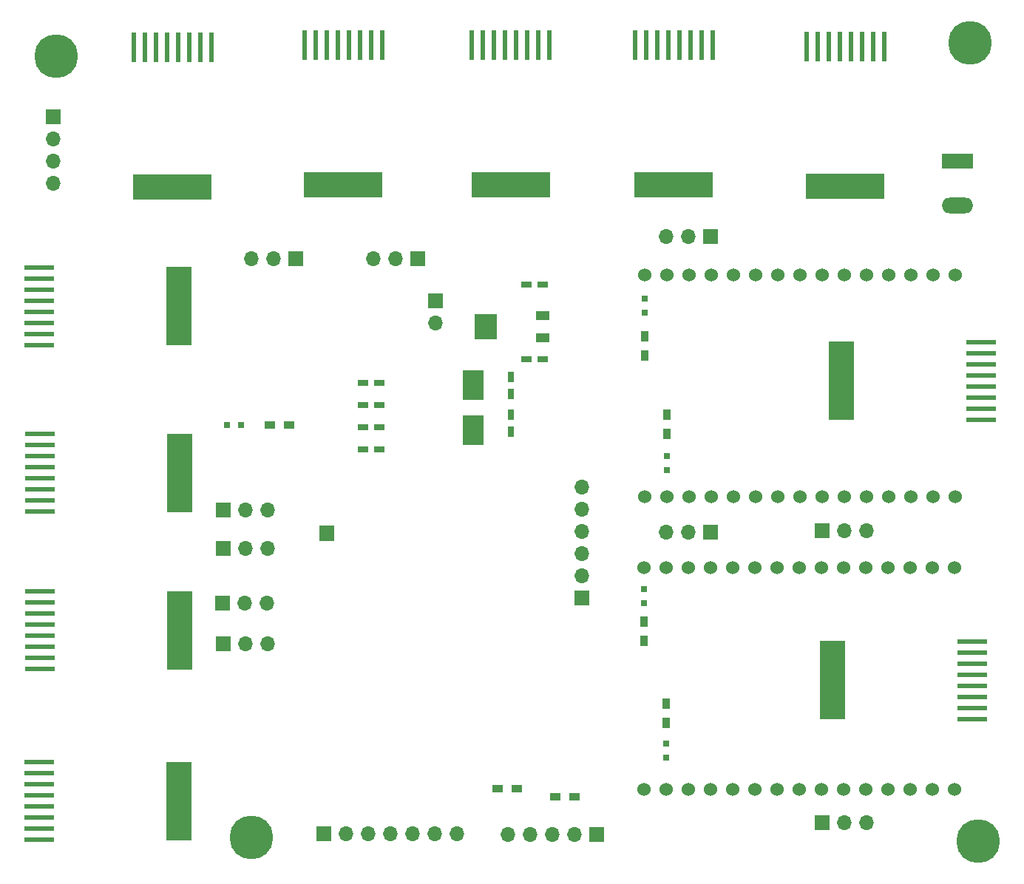
<source format=gbr>
G04 #@! TF.FileFunction,Copper,L1,Top,Signal*
%FSLAX46Y46*%
G04 Gerber Fmt 4.6, Leading zero omitted, Abs format (unit mm)*
G04 Created by KiCad (PCBNEW 4.0.6) date 06/30/17 11:01:05*
%MOMM*%
%LPD*%
G01*
G04 APERTURE LIST*
%ADD10C,0.100000*%
%ADD11C,5.000000*%
%ADD12R,0.750000X1.200000*%
%ADD13R,1.200000X0.750000*%
%ADD14R,0.800000X0.800000*%
%ADD15R,3.600000X1.800000*%
%ADD16O,3.600000X1.800000*%
%ADD17R,1.700000X1.700000*%
%ADD18O,1.700000X1.700000*%
%ADD19R,3.400000X0.600000*%
%ADD20R,3.000000X9.000000*%
%ADD21R,0.600000X3.400000*%
%ADD22R,9.000000X3.000000*%
%ADD23R,1.200000X0.900000*%
%ADD24C,1.524000*%
%ADD25R,2.400000X3.500000*%
%ADD26R,1.600000X1.000000*%
%ADD27R,2.500000X3.000000*%
%ADD28R,0.900000X1.200000*%
G04 APERTURE END LIST*
D10*
D11*
X71630000Y-40510000D03*
X93980000Y-130050000D03*
X177170000Y-130430000D03*
D12*
X123698000Y-77282000D03*
X123698000Y-79182000D03*
X123698000Y-83500000D03*
X123698000Y-81600000D03*
D13*
X127340000Y-66710000D03*
X125440000Y-66710000D03*
X125450000Y-75240000D03*
X127350000Y-75240000D03*
X106746000Y-77978000D03*
X108646000Y-77978000D03*
X106746000Y-80518000D03*
X108646000Y-80518000D03*
X106746000Y-83058000D03*
X108646000Y-83058000D03*
X106746000Y-85598000D03*
X108646000Y-85598000D03*
D14*
X91180000Y-82800000D03*
X92780000Y-82800000D03*
X138950000Y-101600000D03*
X138950000Y-103200000D03*
X141490000Y-120890000D03*
X141490000Y-119290000D03*
X139010000Y-68270000D03*
X139010000Y-69870000D03*
X141540000Y-87900000D03*
X141540000Y-86300000D03*
D15*
X174880000Y-52580000D03*
D16*
X174880000Y-57660000D03*
D17*
X71290000Y-47470000D03*
D18*
X71290000Y-50010000D03*
X71290000Y-52550000D03*
X71290000Y-55090000D03*
D17*
X115062000Y-68580000D03*
D18*
X115062000Y-71120000D03*
D17*
X131840000Y-102590000D03*
D18*
X131840000Y-100050000D03*
X131840000Y-97510000D03*
X131840000Y-94970000D03*
X131840000Y-92430000D03*
X131840000Y-89890000D03*
D17*
X102320000Y-129620000D03*
D18*
X104860000Y-129620000D03*
X107400000Y-129620000D03*
X109940000Y-129620000D03*
X112480000Y-129620000D03*
X115020000Y-129620000D03*
X117560000Y-129620000D03*
D17*
X133550000Y-129670000D03*
D18*
X131010000Y-129670000D03*
X128470000Y-129670000D03*
X125930000Y-129670000D03*
X123390000Y-129670000D03*
D17*
X99060000Y-63754000D03*
D18*
X96520000Y-63754000D03*
X93980000Y-63754000D03*
D17*
X113030000Y-63754000D03*
D18*
X110490000Y-63754000D03*
X107950000Y-63754000D03*
D17*
X146570000Y-95050000D03*
D18*
X144030000Y-95050000D03*
X141490000Y-95050000D03*
D17*
X159310000Y-128320000D03*
D18*
X161850000Y-128320000D03*
X164390000Y-128320000D03*
D19*
X176530000Y-107565000D03*
X176530000Y-108835000D03*
X176530000Y-110105000D03*
X176530000Y-111375000D03*
X176530000Y-112645000D03*
X176530000Y-113915000D03*
X176530000Y-115185000D03*
X176530000Y-116455000D03*
D20*
X160530000Y-112010000D03*
D17*
X146590000Y-61170000D03*
D18*
X144050000Y-61170000D03*
X141510000Y-61170000D03*
D17*
X159350000Y-94850000D03*
D18*
X161890000Y-94850000D03*
X164430000Y-94850000D03*
D19*
X177530000Y-73255000D03*
X177530000Y-74525000D03*
X177530000Y-75795000D03*
X177530000Y-77065000D03*
X177530000Y-78335000D03*
X177530000Y-79605000D03*
X177530000Y-80875000D03*
X177530000Y-82145000D03*
D20*
X161530000Y-77700000D03*
D21*
X119255000Y-39240000D03*
X120525000Y-39240000D03*
X121795000Y-39240000D03*
X123065000Y-39240000D03*
X124335000Y-39240000D03*
X125605000Y-39240000D03*
X126875000Y-39240000D03*
X128145000Y-39240000D03*
D22*
X123700000Y-55240000D03*
D21*
X80515000Y-39500000D03*
X81785000Y-39500000D03*
X83055000Y-39500000D03*
X84325000Y-39500000D03*
X85595000Y-39500000D03*
X86865000Y-39500000D03*
X88135000Y-39500000D03*
X89405000Y-39500000D03*
D22*
X84960000Y-55500000D03*
D21*
X137925000Y-39240000D03*
X139195000Y-39240000D03*
X140465000Y-39240000D03*
X141735000Y-39240000D03*
X143005000Y-39240000D03*
X144275000Y-39240000D03*
X145545000Y-39240000D03*
X146815000Y-39240000D03*
D22*
X142370000Y-55240000D03*
D19*
X69690000Y-130295000D03*
X69690000Y-129025000D03*
X69690000Y-127755000D03*
X69690000Y-126485000D03*
X69690000Y-125215000D03*
X69690000Y-123945000D03*
X69690000Y-122675000D03*
X69690000Y-121405000D03*
D20*
X85690000Y-125850000D03*
D19*
X69780000Y-92695000D03*
X69780000Y-91425000D03*
X69780000Y-90155000D03*
X69780000Y-88885000D03*
X69780000Y-87615000D03*
X69780000Y-86345000D03*
X69780000Y-85075000D03*
X69780000Y-83805000D03*
D20*
X85780000Y-88250000D03*
D21*
X100075000Y-39240000D03*
X101345000Y-39240000D03*
X102615000Y-39240000D03*
X103885000Y-39240000D03*
X105155000Y-39240000D03*
X106425000Y-39240000D03*
X107695000Y-39240000D03*
X108965000Y-39240000D03*
D22*
X104520000Y-55240000D03*
D21*
X157535000Y-39380000D03*
X158805000Y-39380000D03*
X160075000Y-39380000D03*
X161345000Y-39380000D03*
X162615000Y-39380000D03*
X163885000Y-39380000D03*
X165155000Y-39380000D03*
X166425000Y-39380000D03*
D22*
X161980000Y-55380000D03*
D19*
X69780000Y-110735000D03*
X69780000Y-109465000D03*
X69780000Y-108195000D03*
X69780000Y-106925000D03*
X69780000Y-105655000D03*
X69780000Y-104385000D03*
X69780000Y-103115000D03*
X69780000Y-101845000D03*
D20*
X85780000Y-106290000D03*
D19*
X69690000Y-73615000D03*
X69690000Y-72345000D03*
X69690000Y-71075000D03*
X69690000Y-69805000D03*
X69690000Y-68535000D03*
X69690000Y-67265000D03*
X69690000Y-65995000D03*
X69690000Y-64725000D03*
D20*
X85690000Y-69170000D03*
D17*
X90690000Y-103210000D03*
D18*
X93230000Y-103210000D03*
X95770000Y-103210000D03*
D17*
X90770000Y-107820000D03*
D18*
X93310000Y-107820000D03*
X95850000Y-107820000D03*
D17*
X90780000Y-96870000D03*
D18*
X93320000Y-96870000D03*
X95860000Y-96870000D03*
D17*
X90750000Y-92510000D03*
D18*
X93290000Y-92510000D03*
X95830000Y-92510000D03*
D23*
X98330000Y-82790000D03*
X96130000Y-82790000D03*
X128780000Y-125350000D03*
X130980000Y-125350000D03*
X122200000Y-124460000D03*
X124400000Y-124460000D03*
D24*
X138940000Y-99110000D03*
X141480000Y-99110000D03*
X144020000Y-99110000D03*
X146560000Y-99110000D03*
X149100000Y-99110000D03*
X151640000Y-99110000D03*
X154180000Y-99110000D03*
X156720000Y-99110000D03*
X159260000Y-99110000D03*
X161800000Y-99110000D03*
X164340000Y-99110000D03*
X166880000Y-99110000D03*
X169420000Y-99110000D03*
X171960000Y-99110000D03*
X174500000Y-99110000D03*
X174500000Y-124510000D03*
X171960000Y-124510000D03*
X169420000Y-124510000D03*
X166880000Y-124510000D03*
X164340000Y-124510000D03*
X161800000Y-124510000D03*
X159260000Y-124510000D03*
X156720000Y-124510000D03*
X154180000Y-124510000D03*
X151640000Y-124510000D03*
X149100000Y-124510000D03*
X146560000Y-124510000D03*
X144020000Y-124510000D03*
X141480000Y-124510000D03*
X138940000Y-124510000D03*
X139010000Y-65610000D03*
X141550000Y-65610000D03*
X144090000Y-65610000D03*
X146630000Y-65610000D03*
X149170000Y-65610000D03*
X151710000Y-65610000D03*
X154250000Y-65610000D03*
X156790000Y-65610000D03*
X159330000Y-65610000D03*
X161870000Y-65610000D03*
X164410000Y-65610000D03*
X166950000Y-65610000D03*
X169490000Y-65610000D03*
X172030000Y-65610000D03*
X174570000Y-65610000D03*
X174570000Y-91010000D03*
X172030000Y-91010000D03*
X169490000Y-91010000D03*
X166950000Y-91010000D03*
X164410000Y-91010000D03*
X161870000Y-91010000D03*
X159330000Y-91010000D03*
X156790000Y-91010000D03*
X154250000Y-91010000D03*
X151710000Y-91010000D03*
X149170000Y-91010000D03*
X146630000Y-91010000D03*
X144090000Y-91010000D03*
X141550000Y-91010000D03*
X139010000Y-91010000D03*
D25*
X119380000Y-83372000D03*
X119380000Y-78172000D03*
D26*
X127353333Y-70260000D03*
X127353333Y-72800000D03*
D27*
X120803333Y-71530000D03*
D28*
X141460000Y-116860000D03*
X141460000Y-114660000D03*
X139000000Y-72610000D03*
X139000000Y-74810000D03*
X141550000Y-83740000D03*
X141550000Y-81540000D03*
X138930000Y-105320000D03*
X138930000Y-107520000D03*
D11*
X176240000Y-38960000D03*
D10*
G36*
X101750000Y-96020000D02*
X101750000Y-94320000D01*
X103450000Y-94320000D01*
X103450000Y-96020000D01*
X101750000Y-96020000D01*
X101750000Y-96020000D01*
G37*
M02*

</source>
